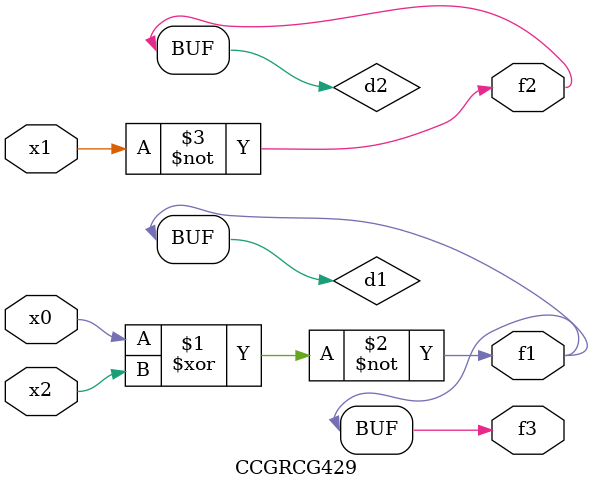
<source format=v>
module CCGRCG429(
	input x0, x1, x2,
	output f1, f2, f3
);

	wire d1, d2, d3;

	xnor (d1, x0, x2);
	nand (d2, x1);
	nor (d3, x1, x2);
	assign f1 = d1;
	assign f2 = d2;
	assign f3 = d1;
endmodule

</source>
